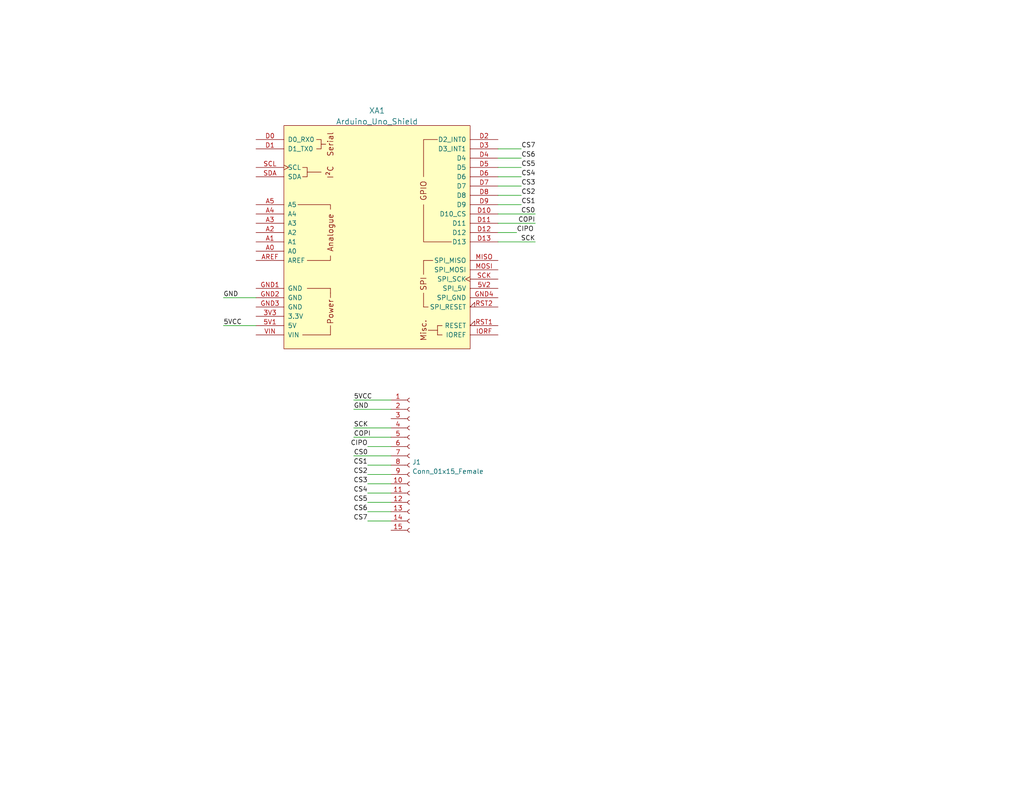
<source format=kicad_sch>
(kicad_sch (version 20250114) (generator "eeschema") (generator_version "9.0")
  (paper "USLetter")
  (title_block (title "G4 Panel Tester") (date "2025-08-04") (rev "v0.3") (company "MCN-NET for Reiser lab @ Janelia"))
  (lib_symbols
    (symbol "Arduino-shields:Arduino_Uno_Shield" (pin_names (offset 1.016))
      (property "Reference" "XA" (at 2.54 0 90))
      (property "Value" "Arduino_Uno_Shield" (at -2.54 0 90))
      (symbol "Arduino_Uno_Shield_0_0"
        (rectangle (start -25.4 30.48) (end 25.4 -30.48) (fill (type background)))
        (polyline (pts (xy -20.32 19.05) (xy -19.05 19.05) (xy -19.05 16.51) (xy -20.32 16.51)))
        (rectangle (start -20.32 -26.67) (end -12.7 -26.67))
        (polyline (pts (xy -19.05 17.78) (xy -15.24 17.78)))
        (rectangle (start -19.05 -13.97) (end -12.7 -13.97))
        (polyline (pts (xy -16.51 26.67) (xy -15.24 26.67) (xy -15.24 24.13) (xy -16.51 24.13)))
        (polyline (pts (xy -15.24 25.4) (xy -13.97 25.4)))
        (polyline (pts (xy -12.7 7.62) (xy -12.7 8.89) (xy -21.59 8.89)))
        (polyline (pts (xy -12.7 -5.08) (xy -12.7 -6.35) (xy -19.05 -6.35)))
        (polyline (pts (xy -12.7 -13.97) (xy -12.7 -15.24)))
        (polyline (pts (xy -12.7 -15.24) (xy -12.7 -16.51)))
        (polyline (pts (xy -12.7 -26.67) (xy -12.7 -24.13)))
        (polyline (pts (xy 12.7 16.51) (xy 12.7 26.67) (xy 16.51 26.67)))
        (polyline (pts (xy 12.7 8.89) (xy 12.7 -1.27) (xy 20.32 -1.27)))
        (rectangle (start 12.7 -10.16) (end 12.7 -6.35))
        (rectangle (start 12.7 -19.05) (end 12.7 -15.24))
        (rectangle (start 13.97 -19.05) (end 12.7 -19.05))
        (rectangle (start 15.24 -6.35) (end 12.7 -6.35))
        (rectangle (start 16.51 -24.13) (end 16.51 -26.67))
        (rectangle (start 16.51 -25.4) (end 13.97 -25.4))
        (rectangle (start 17.78 -24.13) (end 16.51 -24.13))
        (rectangle (start 17.78 -26.67) (end 16.51 -26.67))
        (text "Serial" (at -12.7 25.4 900) (effects (font (size 1.524 1.524))))
        (text "I²C" (at -12.7 17.78 900) (effects (font (size 1.524 1.524))))
        (text "Analogue" (at -12.7 1.27 900) (effects (font (size 1.524 1.524))))
        (text "Power" (at -12.7 -20.32 900) (effects (font (size 1.524 1.524))))
        (text "SPI" (at 12.7 -12.7 900) (effects (font (size 1.524 1.524))))
        (text "Misc." (at 12.7 -25.4 900) (effects (font (size 1.524 1.524))))
      )
      (symbol "Arduino_Uno_Shield_1_0"
        (text "GPIO" (at 12.7 12.7 900) (effects (font (size 1.524 1.524))))
      )
      (symbol "Arduino_Uno_Shield_1_1"
        (pin bidirectional line (at -33.02 26.67 0) (length 7.62) (name "D0_RX0") (number "D0"))
        (pin bidirectional line (at -33.02 24.13 0) (length 7.62) (name "D1_TX0") (number "D1"))
        (pin bidirectional clock (at -33.02 19.05 0) (length 7.62) (name "SCL") (number "SCL"))
        (pin bidirectional line (at -33.02 16.51 0) (length 7.62) (name "SDA") (number "SDA"))
        (pin bidirectional line (at -33.02 8.89 0) (length 7.62) (name "A5") (number "A5"))
        (pin bidirectional line (at -33.02 6.35 0) (length 7.62) (name "A4") (number "A4"))
        (pin bidirectional line (at -33.02 3.81 0) (length 7.62) (name "A3") (number "A3"))
        (pin bidirectional line (at -33.02 1.27 0) (length 7.62) (name "A2") (number "A2"))
        (pin bidirectional line (at -33.02 -1.27 0) (length 7.62) (name "A1") (number "A1"))
        (pin bidirectional line (at -33.02 -3.81 0) (length 7.62) (name "A0") (number "A0"))
        (pin input line (at -33.02 -6.35 0) (length 7.62) (name "AREF") (number "AREF"))
        (pin power_in line (at -33.02 -13.97 0) (length 7.62) (name "GND") (number "GND1"))
        (pin power_in line (at -33.02 -16.51 0) (length 7.62) (name "GND") (number "GND2"))
        (pin power_in line (at -33.02 -19.05 0) (length 7.62) (name "GND") (number "GND3"))
        (pin power_out line (at -33.02 -21.59 0) (length 7.62) (name "3.3V") (number "3V3"))
        (pin power_in line (at -33.02 -24.13 0) (length 7.62) (name "5V") (number "5V1"))
        (pin power_in line (at -33.02 -26.67 0) (length 7.62) (name "VIN") (number "VIN"))
        (pin bidirectional line (at 33.02 26.67 180) (length 7.62) (name "D2_INT0") (number "D2"))
        (pin bidirectional line (at 33.02 24.13 180) (length 7.62) (name "D3_INT1") (number "D3"))
        (pin bidirectional line (at 33.02 21.59 180) (length 7.62) (name "D4") (number "D4"))
        (pin bidirectional line (at 33.02 19.05 180) (length 7.62) (name "D5") (number "D5"))
        (pin bidirectional line (at 33.02 16.51 180) (length 7.62) (name "D6") (number "D6"))
        (pin bidirectional line (at 33.02 13.97 180) (length 7.62) (name "D7") (number "D7"))
        (pin bidirectional line (at 33.02 11.43 180) (length 7.62) (name "D8") (number "D8"))
        (pin bidirectional line (at 33.02 8.89 180) (length 7.62) (name "D9") (number "D9"))
        (pin bidirectional line (at 33.02 6.35 180) (length 7.62) (name "D10_CS") (number "D10"))
        (pin bidirectional line (at 33.02 3.81 180) (length 7.62) (name "D11") (number "D11"))
        (pin bidirectional line (at 33.02 1.27 180) (length 7.62) (name "D12") (number "D12"))
        (pin bidirectional line (at 33.02 -1.27 180) (length 7.62) (name "D13") (number "D13"))
        (pin input line (at 33.02 -6.35 180) (length 7.62) (name "SPI_MISO") (number "MISO"))
        (pin output line (at 33.02 -8.89 180) (length 7.62) (name "SPI_MOSI") (number "MOSI"))
        (pin output clock (at 33.02 -11.43 180) (length 7.62) (name "SPI_SCK") (number "SCK"))
        (pin power_in line (at 33.02 -13.97 180) (length 7.62) (name "SPI_5V") (number "5V2"))
        (pin power_in line (at 33.02 -16.51 180) (length 7.62) (name "SPI_GND") (number "GND4"))
        (pin open_collector input_low (at 33.02 -19.05 180) (length 7.62) (name "SPI_RESET") (number "RST2"))
        (pin open_collector input_low (at 33.02 -24.13 180) (length 7.62) (name "RESET") (number "RST1"))
        (pin output line (at 33.02 -26.67 180) (length 7.62) (name "IOREF") (number "IORF"))
      )
    )
    (symbol "Connector:Conn_01x15_Female" (pin_names (offset 1.016) (hide yes))
      (property "Reference" "J" (at 0 20.32 0))
      (property "Value" "Conn_01x15_Female" (at 0 -20.32 0))
      (symbol "Conn_01x15_Female_1_1"
        (polyline (pts (xy -1.27 17.78) (xy -0.508 17.78)) (stroke (width 0.1524)))
        (polyline (pts (xy -1.27 15.24) (xy -0.508 15.24)) (stroke (width 0.1524)))
        (polyline (pts (xy -1.27 12.7) (xy -0.508 12.7)) (stroke (width 0.1524)))
        (polyline (pts (xy -1.27 10.16) (xy -0.508 10.16)) (stroke (width 0.1524)))
        (polyline (pts (xy -1.27 7.62) (xy -0.508 7.62)) (stroke (width 0.1524)))
        (polyline (pts (xy -1.27 5.08) (xy -0.508 5.08)) (stroke (width 0.1524)))
        (polyline (pts (xy -1.27 2.54) (xy -0.508 2.54)) (stroke (width 0.1524)))
        (polyline (pts (xy -1.27 0) (xy -0.508 0)) (stroke (width 0.1524)))
        (polyline (pts (xy -1.27 -2.54) (xy -0.508 -2.54)) (stroke (width 0.1524)))
        (polyline (pts (xy -1.27 -5.08) (xy -0.508 -5.08)) (stroke (width 0.1524)))
        (polyline (pts (xy -1.27 -7.62) (xy -0.508 -7.62)) (stroke (width 0.1524)))
        (polyline (pts (xy -1.27 -10.16) (xy -0.508 -10.16)) (stroke (width 0.1524)))
        (polyline (pts (xy -1.27 -12.7) (xy -0.508 -12.7)) (stroke (width 0.1524)))
        (polyline (pts (xy -1.27 -15.24) (xy -0.508 -15.24)) (stroke (width 0.1524)))
        (polyline (pts (xy -1.27 -17.78) (xy -0.508 -17.78)) (stroke (width 0.1524)))
        (arc (start 0 17.272) (mid -0.5058 17.78) (end 0 18.288) (stroke (width 0.1524)))
        (arc (start 0 14.732) (mid -0.5058 15.24) (end 0 15.748) (stroke (width 0.1524)))
        (arc (start 0 12.192) (mid -0.5058 12.7) (end 0 13.208) (stroke (width 0.1524)))
        (arc (start 0 9.652) (mid -0.5058 10.16) (end 0 10.668) (stroke (width 0.1524)))
        (arc (start 0 7.112) (mid -0.5058 7.62) (end 0 8.128) (stroke (width 0.1524)))
        (arc (start 0 4.572) (mid -0.5058 5.08) (end 0 5.588) (stroke (width 0.1524)))
        (arc (start 0 2.032) (mid -0.5058 2.54) (end 0 3.048) (stroke (width 0.1524)))
        (arc (start 0 -0.508) (mid -0.5058 0) (end 0 0.508) (stroke (width 0.1524)))
        (arc (start 0 -3.048) (mid -0.5058 -2.54) (end 0 -2.032) (stroke (width 0.1524)))
        (arc (start 0 -5.588) (mid -0.5058 -5.08) (end 0 -4.572) (stroke (width 0.1524)))
        (arc (start 0 -8.128) (mid -0.5058 -7.62) (end 0 -7.112) (stroke (width 0.1524)))
        (arc (start 0 -10.668) (mid -0.5058 -10.16) (end 0 -9.652) (stroke (width 0.1524)))
        (arc (start 0 -13.208) (mid -0.5058 -12.7) (end 0 -12.192) (stroke (width 0.1524)))
        (arc (start 0 -15.748) (mid -0.5058 -15.24) (end 0 -14.732) (stroke (width 0.1524)))
        (arc (start 0 -18.288) (mid -0.5058 -17.78) (end 0 -17.272) (stroke (width 0.1524)))
        (pin passive line (at -5.08 17.78 0) (length 3.81) (name "Pin_1") (number "1"))
        (pin passive line (at -5.08 15.24 0) (length 3.81) (name "Pin_2") (number "2"))
        (pin passive line (at -5.08 12.7 0) (length 3.81) (name "Pin_3") (number "3"))
        (pin passive line (at -5.08 10.16 0) (length 3.81) (name "Pin_4") (number "4"))
        (pin passive line (at -5.08 7.62 0) (length 3.81) (name "Pin_5") (number "5"))
        (pin passive line (at -5.08 5.08 0) (length 3.81) (name "Pin_6") (number "6"))
        (pin passive line (at -5.08 2.54 0) (length 3.81) (name "Pin_7") (number "7"))
        (pin passive line (at -5.08 0 0) (length 3.81) (name "Pin_8") (number "8"))
        (pin passive line (at -5.08 -2.54 0) (length 3.81) (name "Pin_9") (number "9"))
        (pin passive line (at -5.08 -5.08 0) (length 3.81) (name "Pin_10") (number "10"))
        (pin passive line (at -5.08 -7.62 0) (length 3.81) (name "Pin_11") (number "11"))
        (pin passive line (at -5.08 -10.16 0) (length 3.81) (name "Pin_12") (number "12"))
        (pin passive line (at -5.08 -12.7 0) (length 3.81) (name "Pin_13") (number "13"))
        (pin passive line (at -5.08 -15.24 0) (length 3.81) (name "Pin_14") (number "14"))
        (pin passive line (at -5.08 -17.78 0) (length 3.81) (name "Pin_15") (number "15"))
      )
    )
  )
  (wire (pts (xy 100.33 139.7) (xy 106.68 139.7)))
  (wire (pts (xy 96.52 109.22) (xy 106.68 109.22)))
  (wire (pts (xy 135.89 43.18) (xy 142.24 43.18)))
  (wire (pts (xy 106.68 124.46) (xy 96.52 124.46)))
  (wire (pts (xy 135.89 60.96) (xy 146.05 60.96)))
  (wire (pts (xy 100.33 127) (xy 106.68 127)))
  (wire (pts (xy 100.33 134.62) (xy 106.68 134.62)))
  (wire (pts (xy 135.89 40.64) (xy 142.24 40.64)))
  (wire (pts (xy 135.89 48.26) (xy 142.24 48.26)))
  (wire (pts (xy 135.89 66.04) (xy 146.05 66.04)))
  (wire (pts (xy 135.89 58.42) (xy 146.05 58.42)))
  (wire (pts (xy 96.52 111.76) (xy 106.68 111.76)))
  (wire (pts (xy 135.89 53.34) (xy 142.24 53.34)))
  (wire (pts (xy 100.33 121.92) (xy 106.68 121.92)))
  (wire (pts (xy 96.52 119.38) (xy 106.68 119.38)))
  (wire (pts (xy 135.89 50.8) (xy 142.24 50.8)))
  (wire (pts (xy 100.33 137.16) (xy 106.68 137.16)))
  (wire (pts (xy 100.33 142.24) (xy 106.68 142.24)))
  (wire (pts (xy 96.52 116.84) (xy 106.68 116.84)))
  (wire (pts (xy 60.96 88.9) (xy 69.85 88.9)))
  (wire (pts (xy 135.89 55.88) (xy 142.24 55.88)))
  (wire (pts (xy 135.89 45.72) (xy 142.24 45.72)))
  (wire (pts (xy 100.33 132.08) (xy 106.68 132.08)))
  (wire (pts (xy 60.96 81.28) (xy 69.85 81.28)))
  (wire (pts (xy 100.33 129.54) (xy 106.68 129.54)))
  (wire (pts (xy 135.89 63.5) (xy 140.97 63.5)))
  (label "CS1" (at 142.24 55.88 0))
  (label "COPI" (at 96.52 119.38 0))
  (label "5VCC" (at 60.96 88.9 0))
  (label "COPI" (at 146.05 60.96 180))
  (label "CS0" (at 146.05 58.42 180))
  (label "CS5" (at 142.24 45.72 0))
  (label "SCK" (at 146.05 66.04 180))
  (label "CS7" (at 100.33 142.24 180))
  (label "SCK" (at 96.52 116.84 0))
  (label "CS0" (at 96.52 124.46 0))
  (label "5VCC" (at 96.52 109.22 0))
  (label "GND" (at 60.96 81.28 0))
  (label "GND" (at 96.52 111.76 0))
  (label "CS5" (at 100.33 137.16 180))
  (label "CS4" (at 142.24 48.26 0))
  (label "CS2" (at 100.33 129.54 180))
  (label "CS3" (at 100.33 132.08 180))
  (label "CS6" (at 100.33 139.7 180))
  (label "CS4" (at 100.33 134.62 180))
  (label "CS6" (at 142.24 43.18 0))
  (label "CIPO" (at 100.33 121.92 180))
  (label "CS1" (at 100.33 127 180))
  (label "CS7" (at 142.24 40.64 0))
  (label "CIPO" (at 140.97 63.5 0))
  (label "CS3" (at 142.24 50.8 0))
  (label "CS2" (at 142.24 53.34 0))
  (symbol (lib_id "Arduino-shields:Arduino_Uno_Shield") (at 102.87 64.77 0) (unit 1)
    (property "Reference" "XA1" (at 102.87 30.2059 0) (effects (font (size 1.524 1.524))))
    (property "Value" "Arduino_Uno_Shield" (at 102.87 33.1993 0) (effects (font (size 1.524 1.524))))
    (property "Footprint" "Arduino Footprints:Arduino_Uno_Shield" (effects (hide yes)))
    (property "Datasheet" "https://docs.arduino.cc/hardware/uno-rev3" (effects (hide yes)))
  )
  (symbol (lib_id "Connector:Conn_01x15_Female") (at 111.76 127 0) (unit 1)
    (property "Reference" "J1" (at 112.4712 126.1653 0) (effects (justify left)))
    (property "Value" "Conn_01x15_Female" (at 112.4712 128.7022 0) (effects (justify left)))
    (property "Footprint" "Connector_PinSocket_2.54mm:PinSocket_1x15_P2.54mm_Vertical" (effects (hide yes)))
  )
)
</source>
